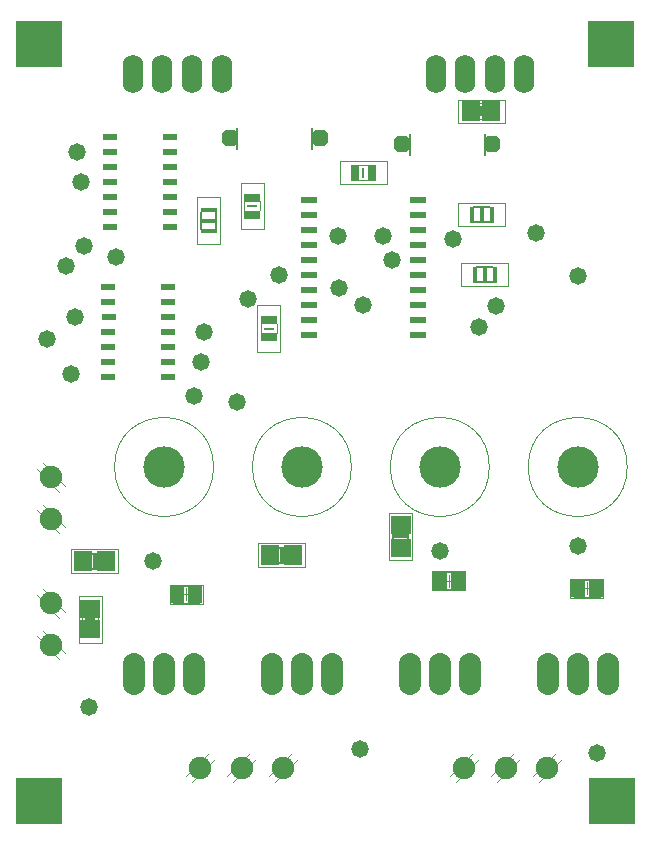
<source format=gbs>
%FSLAX24Y24*%
%MOIN*%
G70*
G01*
G75*
G04 Layer_Color=16711935*
%ADD10R,0.0630X0.0520*%
%ADD11R,0.0600X0.0520*%
%ADD12R,0.0800X0.0260*%
%ADD13R,0.0520X0.0630*%
%ADD14R,0.0520X0.0600*%
%ADD15C,0.0350*%
%ADD16C,0.0600*%
%ADD17C,0.0700*%
%ADD18R,0.0079X0.0318*%
%ADD19R,0.0476X0.0159*%
%ADD20R,0.0318X0.0079*%
%ADD21R,0.0159X0.0476*%
%ADD22R,0.0079X0.0318*%
%ADD23C,0.0000*%
%ADD24C,0.0039*%
%ADD25C,0.0040*%
%ADD26C,0.0060*%
%ADD27C,0.0240*%
%ADD28R,0.0295X0.0575*%
%ADD29R,0.0300X0.0575*%
%ADD30R,0.0560X0.0140*%
%ADD31R,0.0575X0.0295*%
%ADD32R,0.0575X0.0300*%
%ADD33R,0.0300X0.0750*%
%ADD34R,0.0140X0.0560*%
%ADD35R,0.0580X0.0200*%
%ADD36R,0.0100X0.0240*%
%ADD37R,0.0450X0.0200*%
%ADD38C,0.0020*%
%ADD39R,0.1500X0.1500*%
%ADD40O,0.0600X0.1200*%
%ADD41C,0.0670*%
%ADD42O,0.0660X0.1320*%
%ADD43C,0.1300*%
G04:AMPARAMS|DCode=44|XSize=48mil|YSize=48mil|CornerRadius=0mil|HoleSize=0mil|Usage=FLASHONLY|Rotation=180.000|XOffset=0mil|YOffset=0mil|HoleType=Round|Shape=Octagon|*
%AMOCTAGOND44*
4,1,8,-0.0240,0.0120,-0.0240,-0.0120,-0.0120,-0.0240,0.0120,-0.0240,0.0240,-0.0120,0.0240,0.0120,0.0120,0.0240,-0.0120,0.0240,-0.0240,0.0120,0.0*
%
%ADD44OCTAGOND44*%

%ADD45C,0.0500*%
%ADD46R,0.0433X0.0551*%
%ADD47C,0.0650*%
%ADD48C,0.0100*%
%ADD49C,0.0034*%
%ADD50R,0.0300X0.0250*%
%ADD51R,0.0500X0.1100*%
%ADD52R,0.0050X0.0200*%
%ADD53R,0.0710X0.0600*%
%ADD54R,0.0680X0.0600*%
%ADD55R,0.0880X0.0340*%
%ADD56R,0.0600X0.0710*%
%ADD57R,0.0600X0.0680*%
%ADD58R,0.1580X0.1580*%
%ADD59O,0.0680X0.1280*%
%ADD60C,0.0750*%
%ADD61O,0.0740X0.1400*%
%ADD62C,0.1380*%
G04:AMPARAMS|DCode=63|XSize=56mil|YSize=56mil|CornerRadius=0mil|HoleSize=0mil|Usage=FLASHONLY|Rotation=180.000|XOffset=0mil|YOffset=0mil|HoleType=Round|Shape=Octagon|*
%AMOCTAGOND63*
4,1,8,-0.0280,0.0140,-0.0280,-0.0140,-0.0140,-0.0280,0.0140,-0.0280,0.0280,-0.0140,0.0280,0.0140,0.0140,0.0280,-0.0140,0.0280,-0.0280,0.0140,0.0*
%
%ADD63OCTAGOND63*%

%ADD64C,0.0580*%
%ADD65R,0.0513X0.0631*%
D18*
X16235Y24099D02*
D03*
D19*
X7152Y20449D02*
D03*
X13548Y9929D02*
D03*
D20*
X8601Y20940D02*
D03*
X3201Y7160D02*
D03*
X9149Y16850D02*
D03*
D21*
X9579Y9302D02*
D03*
X3349Y9102D02*
D03*
X16351Y18652D02*
D03*
X16251Y20652D02*
D03*
D22*
X12300Y22049D02*
D03*
D23*
X21100Y12239D02*
G03*
X21100Y12239I-1650J0D01*
G01*
X16504D02*
G03*
X16504Y12239I-1650J0D01*
G01*
X11907D02*
G03*
X11907Y12239I-1650J0D01*
G01*
X7311D02*
G03*
X7311Y12239I-1650J0D01*
G01*
X21100D02*
G03*
X21100Y12239I-1650J0D01*
G01*
X16504D02*
G03*
X16504Y12239I-1650J0D01*
G01*
X11907D02*
G03*
X11907Y12239I-1650J0D01*
G01*
X7311D02*
G03*
X7311Y12239I-1650J0D01*
G01*
D24*
X6828Y7715D02*
Y8285D01*
X5962Y7715D02*
Y8285D01*
X6828D01*
X5962Y7715D02*
X6828D01*
X14717Y8165D02*
Y8735D01*
X15583Y8165D02*
Y8735D01*
X14717Y8165D02*
X15583D01*
X14717Y8735D02*
X15583D01*
X19317Y7915D02*
Y8485D01*
X20183Y7915D02*
Y8485D01*
X19317Y7915D02*
X20183D01*
X19317Y8485D02*
X20183D01*
X6946Y7685D02*
Y8315D01*
X5844Y7685D02*
Y8315D01*
X6946D01*
X5844Y7685D02*
X6946D01*
X6198Y8000D02*
X6592D01*
X6395Y7803D02*
Y8197D01*
X14599Y8135D02*
Y8765D01*
X15701Y8135D02*
Y8765D01*
X14599Y8135D02*
X15701D01*
X14599Y8765D02*
X15701D01*
X14953Y8450D02*
X15347D01*
X15150Y8253D02*
Y8647D01*
X19199Y7885D02*
Y8515D01*
X20301Y7885D02*
Y8515D01*
X19199Y7885D02*
X20301D01*
X19199Y8515D02*
X20301D01*
X19553Y8200D02*
X19947D01*
X19750Y8003D02*
Y8397D01*
D25*
X16085Y23840D02*
X16385D01*
X16094Y24360D02*
X16385D01*
X8860Y20790D02*
Y21090D01*
X8340Y20790D02*
Y21080D01*
X1410Y6591D02*
X2169Y5836D01*
X1610Y6783D02*
X2364Y6031D01*
X1410Y7970D02*
X2169Y7220D01*
X1610Y8170D02*
X2364Y7410D01*
X1410Y10791D02*
X2169Y10036D01*
X1610Y10983D02*
X2364Y10231D01*
X1410Y12170D02*
X2169Y11420D01*
X1610Y12370D02*
X2364Y11610D01*
X15197Y1931D02*
X15952Y2690D01*
X15392Y1736D02*
X16144Y2490D01*
X16575Y1931D02*
X17330Y2690D01*
X16770Y1736D02*
X17530Y2490D01*
X17960Y1931D02*
X18710Y2690D01*
X18150Y1736D02*
X18910Y2490D01*
X6397Y1931D02*
X7152Y2690D01*
X6592Y1736D02*
X7344Y2490D01*
X7775Y1931D02*
X8530Y2690D01*
X7970Y1736D02*
X8730Y2490D01*
X9160Y1931D02*
X9910Y2690D01*
X9350Y1736D02*
X10110Y2490D01*
X3460Y7010D02*
Y7310D01*
X2940Y7020D02*
Y7310D01*
X8890Y16700D02*
Y17000D01*
X9410Y16710D02*
Y17000D01*
X12150Y21790D02*
X12450D01*
X12150Y22310D02*
X12440D01*
D26*
X6441Y25500D02*
X6741D01*
X6441Y25200D02*
Y25500D01*
Y25200D02*
X6741D01*
Y25500D01*
X6441D02*
X6741Y25200D01*
X6441D02*
X6741Y25500D01*
X7431Y25200D02*
Y25500D01*
Y25200D02*
X7732D01*
Y25500D01*
X7431D02*
X7732D01*
X7431Y25200D02*
X7732Y25500D01*
X7431D02*
X7732Y25200D01*
X4778D02*
Y25500D01*
X4478Y25200D02*
X4778D01*
X4478D02*
Y25500D01*
X4778Y25200D01*
X4478D02*
X4778Y25500D01*
X4478D02*
X4778D01*
X5758Y25200D02*
Y25500D01*
X5458Y25200D02*
X5758D01*
X5458D02*
Y25500D01*
X5758Y25200D01*
X5458D02*
X5758Y25500D01*
X5458D02*
X5758D01*
X7400Y20170D02*
Y20730D01*
X6900Y20170D02*
Y20730D01*
X16533Y25500D02*
X16833D01*
X16533Y25200D02*
Y25500D01*
Y25200D02*
X16833D01*
Y25500D01*
X16533D02*
X16833Y25200D01*
X16533D02*
X16833Y25500D01*
X17524Y25200D02*
Y25500D01*
Y25200D02*
X17824D01*
Y25500D01*
X17524D02*
X17824D01*
X17524Y25200D02*
X17824Y25500D01*
X17524D02*
X17824Y25200D01*
X14870D02*
Y25500D01*
X14570Y25200D02*
X14870D01*
X14570D02*
Y25500D01*
X14870Y25200D01*
X14570D02*
X14870Y25500D01*
X14570D02*
X14870D01*
X15850Y25200D02*
Y25500D01*
X15550Y25200D02*
X15850D01*
X15550D02*
Y25500D01*
X15850Y25200D01*
X15550D02*
X15850Y25500D01*
X15550D02*
X15850D01*
X9300Y9550D02*
X9860D01*
X9300Y9050D02*
X9860D01*
X3070Y9350D02*
X3630D01*
X3070Y8850D02*
X3630D01*
X13300Y9650D02*
Y10210D01*
X13800Y9650D02*
Y10210D01*
X16070Y18900D02*
X16630D01*
X16070Y18400D02*
X16630D01*
X15970Y20900D02*
X16530D01*
X15970Y20400D02*
X16530D01*
X16350Y22650D02*
Y23350D01*
X13850Y22650D02*
Y23350D01*
X10600Y22850D02*
Y23550D01*
X8100Y22850D02*
Y23550D01*
D27*
X16450Y23000D02*
X16600D01*
X13600D02*
X13750D01*
X10700Y23200D02*
X10850D01*
X7850D02*
X8000D01*
D28*
X15952Y24097D02*
D03*
X12582Y22048D02*
D03*
D29*
X16525Y24097D02*
D03*
X12010Y22048D02*
D03*
D30*
X7150Y20790D02*
D03*
Y20110D02*
D03*
X13550Y10270D02*
D03*
Y9590D02*
D03*
D31*
X8602Y21222D02*
D03*
X3203Y6878D02*
D03*
X9147Y16568D02*
D03*
D32*
X8602Y20650D02*
D03*
X3203Y7450D02*
D03*
X9147Y17140D02*
D03*
D33*
X18450Y5614D02*
D03*
X19450D02*
D03*
X20450D02*
D03*
X13854D02*
D03*
X14854D02*
D03*
X15854D02*
D03*
X9257D02*
D03*
X10257D02*
D03*
X11257D02*
D03*
X4661D02*
D03*
X5661D02*
D03*
X6661D02*
D03*
D34*
X9920Y9300D02*
D03*
X9240D02*
D03*
X3690Y9100D02*
D03*
X3010D02*
D03*
X16010Y18650D02*
D03*
X16690D02*
D03*
X15910Y20650D02*
D03*
X16590D02*
D03*
D35*
X10490Y21150D02*
D03*
Y20650D02*
D03*
Y20150D02*
D03*
Y19650D02*
D03*
Y19150D02*
D03*
Y18650D02*
D03*
Y18150D02*
D03*
Y17650D02*
D03*
X14110Y21150D02*
D03*
Y20650D02*
D03*
Y20150D02*
D03*
Y19650D02*
D03*
Y19150D02*
D03*
Y18650D02*
D03*
Y18150D02*
D03*
Y17650D02*
D03*
Y17150D02*
D03*
Y16650D02*
D03*
X10490Y17150D02*
D03*
Y16650D02*
D03*
D36*
X16400Y23000D02*
D03*
X13800D02*
D03*
X10650Y23200D02*
D03*
X8050D02*
D03*
D37*
X5845Y21750D02*
D03*
X3855Y23250D02*
D03*
Y22750D02*
D03*
X3865Y22250D02*
D03*
X3855Y21750D02*
D03*
X5845Y22250D02*
D03*
Y22750D02*
D03*
Y23250D02*
D03*
Y21250D02*
D03*
Y20750D02*
D03*
Y20250D02*
D03*
X3855Y21250D02*
D03*
Y20750D02*
D03*
Y20250D02*
D03*
X5795Y16750D02*
D03*
X3805Y18250D02*
D03*
Y17750D02*
D03*
X3815Y17250D02*
D03*
X3805Y16750D02*
D03*
X5795Y17250D02*
D03*
Y17750D02*
D03*
Y18250D02*
D03*
Y16250D02*
D03*
Y15750D02*
D03*
Y15250D02*
D03*
X3805Y16250D02*
D03*
Y15750D02*
D03*
Y15250D02*
D03*
D38*
X15458Y23710D02*
X17015D01*
X15458Y24487D02*
X17015D01*
X15458Y23710D02*
Y24487D01*
X17015Y23710D02*
Y24487D01*
X7540Y19670D02*
Y21227D01*
X6763Y19670D02*
Y21227D01*
X7540D01*
X6763Y19670D02*
X7540D01*
X8990Y20160D02*
Y21717D01*
X8213Y20160D02*
Y21717D01*
X8990D01*
X8213Y20160D02*
X8990D01*
X8800Y9690D02*
X10357D01*
X8800Y8913D02*
X10357D01*
Y9690D01*
X8800Y8913D02*
Y9690D01*
X3590Y6383D02*
Y7940D01*
X2813Y6383D02*
Y7940D01*
Y6383D02*
X3590D01*
X2813Y7940D02*
X3590D01*
X2570Y9490D02*
X4127D01*
X2570Y8713D02*
X4127D01*
Y9490D01*
X2570Y8713D02*
Y9490D01*
X13160Y9150D02*
Y10707D01*
X13937Y9150D02*
Y10707D01*
X13160D02*
X13937D01*
X13160Y9150D02*
X13937D01*
X8760Y16073D02*
Y17630D01*
X9537Y16073D02*
Y17630D01*
X8760Y16073D02*
X9537D01*
X8760Y17630D02*
X9537D01*
X15573Y19040D02*
X17130D01*
X15573Y18263D02*
X17130D01*
X15573D02*
Y19040D01*
X17130Y18263D02*
Y19040D01*
X15473Y21040D02*
X17030D01*
X15473Y20263D02*
X17030D01*
X15473D02*
Y21040D01*
X17030Y20263D02*
Y21040D01*
X11520Y21660D02*
X13077D01*
X11520Y22437D02*
X13077D01*
Y21660D02*
Y22437D01*
X11520Y21660D02*
Y22437D01*
D53*
X13550Y10304D02*
D03*
Y9550D02*
D03*
D54*
X3200Y6825D02*
D03*
Y7500D02*
D03*
D56*
X9954Y9300D02*
D03*
X9200D02*
D03*
X3724Y9100D02*
D03*
X2970D02*
D03*
D57*
X15900Y24100D02*
D03*
X16575D02*
D03*
D58*
X1500Y1100D02*
D03*
Y26350D02*
D03*
X20600Y1100D02*
D03*
X20550Y26350D02*
D03*
D59*
X6600Y25350D02*
D03*
X7584D02*
D03*
X5608D02*
D03*
X4628D02*
D03*
X16692D02*
D03*
X17676D02*
D03*
X15700D02*
D03*
X14720D02*
D03*
D60*
X1889Y6311D02*
D03*
Y7690D02*
D03*
Y10511D02*
D03*
Y11890D02*
D03*
X15672Y2211D02*
D03*
X17050D02*
D03*
X18430D02*
D03*
X6872D02*
D03*
X8250D02*
D03*
X9630D02*
D03*
D61*
X18450Y5339D02*
D03*
X19450D02*
D03*
X20450D02*
D03*
X13854D02*
D03*
X14854D02*
D03*
X15854D02*
D03*
X9257D02*
D03*
X10257D02*
D03*
X11257D02*
D03*
X4661D02*
D03*
X5661D02*
D03*
X6661D02*
D03*
D62*
X19450Y12239D02*
D03*
X14854D02*
D03*
X10257D02*
D03*
X5661D02*
D03*
D63*
X16600Y23000D02*
D03*
X13600D02*
D03*
X10850Y23200D02*
D03*
X7850D02*
D03*
D64*
X3150Y4250D02*
D03*
X12200Y2850D02*
D03*
X20100Y2700D02*
D03*
X16150Y16900D02*
D03*
X4050Y19250D02*
D03*
X9500Y18650D02*
D03*
X2700Y17250D02*
D03*
X7000Y16750D02*
D03*
X13250Y19150D02*
D03*
X11500Y18200D02*
D03*
X11450Y19950D02*
D03*
X12950D02*
D03*
X8450Y17850D02*
D03*
X18050Y20050D02*
D03*
X19450Y18600D02*
D03*
Y9600D02*
D03*
X16730Y17620D02*
D03*
X15300Y19850D02*
D03*
X14850Y9450D02*
D03*
X8100Y14400D02*
D03*
X5300Y9100D02*
D03*
X1750Y16500D02*
D03*
X2750Y22750D02*
D03*
X2400Y18950D02*
D03*
X6650Y14600D02*
D03*
X6900Y15750D02*
D03*
X12300Y17650D02*
D03*
X2550Y15350D02*
D03*
X3000Y19600D02*
D03*
X2900Y21750D02*
D03*
D65*
X6691Y8000D02*
D03*
X6100D02*
D03*
X14855Y8450D02*
D03*
X15445D02*
D03*
X19455Y8200D02*
D03*
X20045D02*
D03*
M02*

</source>
